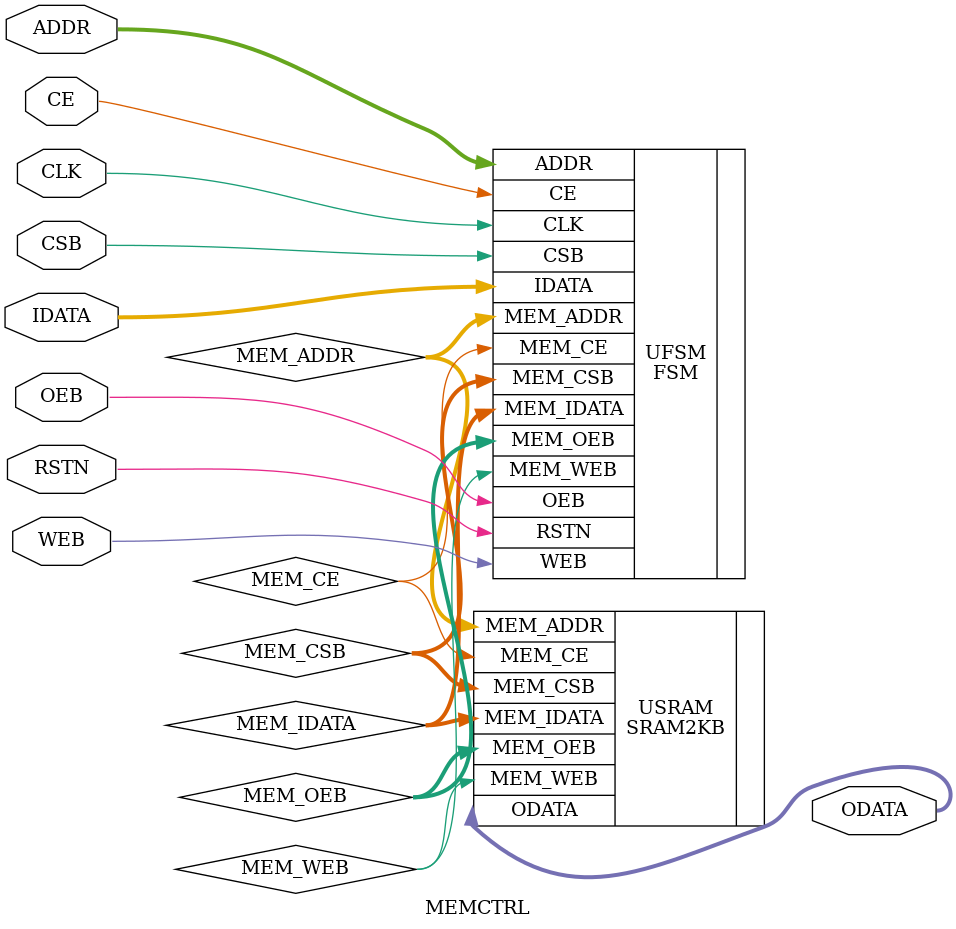
<source format=v>
module MEMCTRL(/*AUTOARG*/
               // Outputs
               ODATA,
               // Inputs
               ADDR, CE, CLK, CSB, IDATA, OEB, RSTN, WEB
               );
   input [10:0]         ADDR;                   // To UFSM of FSM.v
   input                CE;                     // To UFSM of FSM.v
   input                CLK;                    // To UFSM of FSM.v
   input                CSB;                    // To UFSM of FSM.v
   input [7:0]          IDATA;                  // To UFSM of FSM.v
   input                OEB;                    // To UFSM of FSM.v
   input                RSTN;                   // To UFSM of FSM.v
   input                WEB;                    // To UFSM of FSM.v

   output [7:0]         ODATA;


   wire [8:0]           MEM_ADDR;
   wire                 MEM_CE;
   wire                 MEM_WEB;
   wire [3:0]         MEM_OEB;
   wire [3:0]         MEM_CSB;
   wire [7:0]           MEM_IDATA;
   ////////////////////////////////////////////////
   // FSM CONFIGRATION
   ////////////////////////////////////////////////
   FSM
     UFSM
       (
        // Outputs
        .MEM_ADDR (MEM_ADDR[8:0]),
        .MEM_CE (MEM_CE),
        .MEM_WEB (MEM_WEB),
        .MEM_OEB (MEM_OEB[3:0]),
        .MEM_CSB (MEM_CSB[3:0]),
        .MEM_IDATA (MEM_IDATA[7:0]),
        // Inputs
        .CLK                            (CLK),
        .RSTN                           (RSTN),
        .ADDR                           (ADDR[10:0]),
        .CE                             (CE),
        .CSB                            (CSB),
        .WEB                            (WEB),
        .OEB                            (OEB),
        .IDATA                          (IDATA[7:0]));

   ////////////////////////////////////////////////
         // SRAM CONFIGRATION
   ////////////////////////////////////////////////
   SRAM2KB
     USRAM
       (/*AUTOINST*/
        // Outputs
        .ODATA                          (ODATA[7:0]),
        // Inputs
        .MEM_ADDR                       (MEM_ADDR[8:0]),
        .MEM_CE                         (MEM_CE),
        .MEM_WEB                        (MEM_WEB),
        .MEM_OEB                        (MEM_OEB[3:0]),
        .MEM_CSB                        (MEM_CSB[3:0]),
        .MEM_IDATA                      (MEM_IDATA[7:0]));

endmodule

</source>
